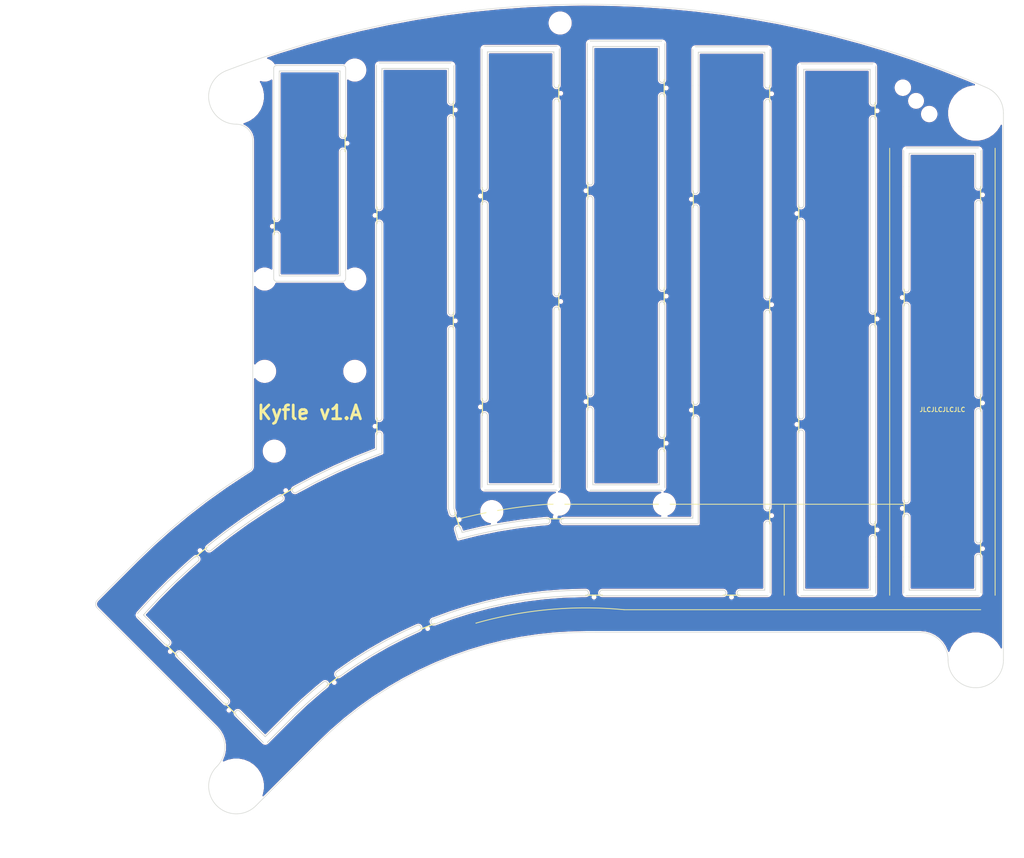
<source format=kicad_pcb>
(kicad_pcb (version 20171130) (host pcbnew 5.1.11-e4df9d881f~92~ubuntu20.04.1)
  (layers (0 F.Cu signal) (31 B.Cu signal) (34 B.Paste user hide) (35 F.Paste user hide) (36 B.SilkS user hide) (37 F.SilkS user) (38 B.Mask user hide) (39 F.Mask user hide) (44 Edge.Cuts user))
  (net 0 "")
  (module "Kyfle Footprints:CherryMX_Kyfle_v1_TopPlate_2u_1u_Rail_End_Less_Routing" (layer F.Cu) (at 97.135413 135.364647 45)
    (fp_text reference SW2 hide)
    (fp_text value KEY_SWITCH hide)
    (fp_arc (start -6.5 -6) (end -6 -6) (angle -180) (layer Edge.Cuts) (width 0.15))
    (fp_arc (start -6.5 -9) (end -7 -9) (angle -180) (layer Edge.Cuts) (width 0.15))
    (fp_arc (start -6.5 9) (end -6 9) (angle -180) (layer Edge.Cuts) (width 0.15))
    (fp_arc (start -6.5 6) (end -7 6) (angle -180) (layer Edge.Cuts) (width 0.15))
    (fp_arc (start -6.5 -16.025) (end -6.5 -16.525) (angle -90) (layer Edge.Cuts) (width 0.15))
    (fp_arc (start -6.5 16.025) (end -7 16.025) (angle -90) (layer Edge.Cuts) (width 0.15))
    (fp_line (start -6.9 6) (end -6.9 9) (layer F.SilkS) (width 0.2))
    (fp_line (start -6.9 -9) (end -6.9 -6) (layer F.SilkS) (width 0.2))
    (fp_line (start -7 -6) (end -7 6) (layer Edge.Cuts) (width 0.15))
    (fp_line (start -6 -6) (end -6 6) (layer Edge.Cuts) (width 0.15))
    (fp_line (start -6 -15.525) (end -6 -9) (layer Edge.Cuts) (width 0.15))
    (fp_line (start -6 9) (end -6 15.525) (layer Edge.Cuts) (width 0.15))
    (fp_line (start -7 9) (end -7 16.025) (layer Edge.Cuts) (width 0.15))
    (fp_line (start -7 -16.025) (end -7 -9) (layer Edge.Cuts) (width 0.15))
    (fp_line (start -6.5 16.525) (end 0 16.525) (layer Edge.Cuts) (width 0.15))
    (fp_line (start -6 15.525) (end 0 15.525) (layer Edge.Cuts) (width 0.15))
    (pad "" np_thru_hole circle (at -7.25 7.5 135) (size 0.5 0.5) (drill 0.5) (layers *.Cu *.Mask))
    (pad "" np_thru_hole circle (at -7.25 -7.5 135) (size 0.5 0.5) (drill 0.5) (layers *.Cu *.Mask))
    (pad "" np_thru_hole circle (at -6.7 -16.225 45) (size 0.6 0.6) (drill 0.6) (layers *.Cu))
    (pad "" np_thru_hole circle (at -6.7 16.225 45) (size 0.6 0.6) (drill 0.6) (layers *.Cu))
  )
  (module "Kyfle Footprints:Slot_Tab_1mm_2mm" (layer F.Cu) (at 107.940382 106.774626 30)
    (fp_text reference REF** hide)
    (fp_text value Slot_1.2mm_7.4.mm)
    (fp_arc (start 1.5 0) (end 1.5 -0.5) (angle -180) (layer Edge.Cuts) (width 0.15))
    (fp_arc (start -1.5 0) (end -1.5 0.5) (angle -180) (layer Edge.Cuts) (width 0.15))
    (fp_line (start -1.5 -0.4) (end 1.5 -0.4) (layer F.SilkS) (width 0.2))
    (pad "" np_thru_hole circle (at 0 -0.75 120) (size 0.5 0.5) (drill 0.5) (layers *.Cu *.Mask))
  )
  (module "Kyfle Footprints:Slot_Tab_1mm_2mm" (layer F.Cu) (at 92.570723 117.536577 40)
    (fp_text reference REF** hide)
    (fp_text value Slot_1.2mm_7.4.mm)
    (fp_arc (start 1.5 0) (end 1.5 -0.5) (angle -180) (layer Edge.Cuts) (width 0.15))
    (fp_arc (start -1.5 0) (end -1.5 0.5) (angle -180) (layer Edge.Cuts) (width 0.15))
    (fp_line (start -1.5 -0.4) (end 1.5 -0.4) (layer F.SilkS) (width 0.2))
    (pad "" np_thru_hole circle (at 0 -0.75 130) (size 0.5 0.5) (drill 0.5) (layers *.Cu *.Mask))
  )
  (module "Kyfle Footprints:Slot_Tab_1mm_2mm" (layer F.Cu) (at 132.915618 130.356181 202.5)
    (fp_text reference REF** hide)
    (fp_text value Slot_1.2mm_7.4.mm)
    (fp_arc (start 1.5 0) (end 1.5 -0.5) (angle -180) (layer Edge.Cuts) (width 0.15))
    (fp_arc (start -1.5 0) (end -1.5 0.5) (angle -180) (layer Edge.Cuts) (width 0.15))
    (fp_line (start -1.5 -0.4) (end 1.5 -0.4) (layer F.SilkS) (width 0.2))
    (pad "" np_thru_hole circle (at 0 -0.75 292.5) (size 0.5 0.5) (drill 0.5) (layers *.Cu *.Mask))
  )
  (module "Kyfle Footprints:Slot_Tab_1mm_2mm" (layer F.Cu) (at 163.260001 124.620001 180)
    (fp_text reference REF** hide)
    (fp_text value Slot_1.2mm_7.4.mm)
    (fp_arc (start 1.5 0) (end 1.5 -0.5) (angle -180) (layer Edge.Cuts) (width 0.15))
    (fp_arc (start -1.5 0) (end -1.5 0.5) (angle -180) (layer Edge.Cuts) (width 0.15))
    (fp_line (start -1.5 -0.4) (end 1.5 -0.4) (layer F.SilkS) (width 0.2))
    (pad "" np_thru_hole circle (at 0 -0.75 270) (size 0.5 0.5) (drill 0.5) (layers *.Cu *.Mask))
  )
  (module "Kyfle Footprints:Slot_Tab_1mm_2mm" (layer F.Cu) (at 115.874989 140.194592 217.5)
    (fp_text reference REF** hide)
    (fp_text value Slot_1.2mm_7.4.mm)
    (fp_arc (start 1.5 0) (end 1.5 -0.5) (angle -180) (layer Edge.Cuts) (width 0.15))
    (fp_arc (start -1.5 0) (end -1.5 0.5) (angle -180) (layer Edge.Cuts) (width 0.15))
    (fp_line (start -1.5 -0.4) (end 1.5 -0.4) (layer F.SilkS) (width 0.2))
    (pad "" np_thru_hole circle (at 0 -0.75 307.5) (size 0.5 0.5) (drill 0.5) (layers *.Cu *.Mask))
  )
  (module "Kyfle Footprints:Slot_Tab_1mm_2mm" (layer F.Cu) (at 124.45 94.51 90)
    (fp_text reference REF** hide)
    (fp_text value Slot_1.2mm_7.4.mm)
    (fp_arc (start 1.5 0) (end 1.5 -0.5) (angle -180) (layer Edge.Cuts) (width 0.15))
    (fp_arc (start -1.5 0) (end -1.5 0.5) (angle -180) (layer Edge.Cuts) (width 0.15))
    (fp_line (start -1.5 -0.4) (end 1.5 -0.4) (layer F.SilkS) (width 0.2))
    (pad "" np_thru_hole circle (at 0 -0.75 180) (size 0.5 0.5) (drill 0.5) (layers *.Cu *.Mask))
  )
  (module "Kyfle Footprints:Slot_Tab_1mm_2mm" (layer F.Cu) (at 138.2 111.61 289)
    (fp_text reference REF** hide)
    (fp_text value Slot_1.2mm_7.4.mm)
    (fp_arc (start 1.5 0) (end 1.5 -0.5) (angle -180) (layer Edge.Cuts) (width 0.15))
    (fp_arc (start -1.5 0) (end -1.5 0.5) (angle -180) (layer Edge.Cuts) (width 0.15))
    (fp_line (start -1.5 -0.4) (end 1.5 -0.4) (layer F.SilkS) (width 0.2))
    (pad "" np_thru_hole circle (at 0 -0.75 19) (size 0.5 0.5) (drill 0.5) (layers *.Cu *.Mask))
  )
  (module "Kyfle Footprints:Slot_Tab_1mm_2mm" (layer F.Cu) (at 137.45 75.46 270)
    (fp_text reference REF** hide)
    (fp_text value Slot_1.2mm_7.4.mm)
    (fp_arc (start 1.5 0) (end 1.5 -0.5) (angle -180) (layer Edge.Cuts) (width 0.15))
    (fp_arc (start -1.5 0) (end -1.5 0.5) (angle -180) (layer Edge.Cuts) (width 0.15))
    (fp_line (start -1.5 -0.4) (end 1.5 -0.4) (layer F.SilkS) (width 0.2))
    (pad "" np_thru_hole circle (at 0 -0.75) (size 0.5 0.5) (drill 0.5) (layers *.Cu *.Mask))
  )
  (module "Kyfle Footprints:Slot_Tab_1mm_2mm" (layer F.Cu) (at 124.45 56.41 90)
    (fp_text reference REF** hide)
    (fp_text value Slot_1.2mm_7.4.mm)
    (fp_arc (start 1.5 0) (end 1.5 -0.5) (angle -180) (layer Edge.Cuts) (width 0.15))
    (fp_arc (start -1.5 0) (end -1.5 0.5) (angle -180) (layer Edge.Cuts) (width 0.15))
    (fp_line (start -1.5 -0.4) (end 1.5 -0.4) (layer F.SilkS) (width 0.2))
    (pad "" np_thru_hole circle (at 0 -0.75 180) (size 0.5 0.5) (drill 0.5) (layers *.Cu *.Mask))
  )
  (module "Kyfle Footprints:Slot_Tab_1mm_2mm" (layer F.Cu) (at 137.45 37.36 270)
    (fp_text reference REF** hide)
    (fp_text value Slot_1.2mm_7.4.mm)
    (fp_arc (start 1.5 0) (end 1.5 -0.5) (angle -180) (layer Edge.Cuts) (width 0.15))
    (fp_arc (start -1.5 0) (end -1.5 0.5) (angle -180) (layer Edge.Cuts) (width 0.15))
    (fp_line (start -1.5 -0.4) (end 1.5 -0.4) (layer F.SilkS) (width 0.2))
    (pad "" np_thru_hole circle (at 0 -0.75) (size 0.5 0.5) (drill 0.5) (layers *.Cu *.Mask))
  )
  (module "Kyfle Footprints:Slot_Tab_1mm_2mm" (layer F.Cu) (at 156.26 111.62)
    (fp_text reference REF** hide)
    (fp_text value Slot_1.2mm_7.4.mm)
    (fp_arc (start 1.5 0) (end 1.5 -0.5) (angle -180) (layer Edge.Cuts) (width 0.15))
    (fp_arc (start -1.5 0) (end -1.5 0.5) (angle -180) (layer Edge.Cuts) (width 0.15))
    (fp_line (start -1.5 -0.4) (end 1.5 -0.4) (layer F.SilkS) (width 0.2))
    (pad "" np_thru_hole circle (at 0 -0.75 90) (size 0.5 0.5) (drill 0.5) (layers *.Cu *.Mask))
  )
  (module "Kyfle Footprints:Slot_Tab_1mm_2mm" (layer F.Cu) (at 188.1 124.62 180)
    (fp_text reference REF** hide)
    (fp_text value Slot_1.2mm_7.4.mm)
    (fp_arc (start 1.5 0) (end 1.5 -0.5) (angle -180) (layer Edge.Cuts) (width 0.15))
    (fp_arc (start -1.5 0) (end -1.5 0.5) (angle -180) (layer Edge.Cuts) (width 0.15))
    (fp_line (start -1.5 -0.4) (end 1.5 -0.4) (layer F.SilkS) (width 0.2))
    (pad "" np_thru_hole circle (at 0 -0.75 270) (size 0.5 0.5) (drill 0.5) (layers *.Cu *.Mask))
  )
  (module "Kyfle Footprints:Slot_Tab_1mm_2mm" (layer F.Cu) (at 181.6 91.59 90)
    (fp_text reference REF** hide)
    (fp_text value Slot_1.2mm_7.4.mm)
    (fp_arc (start 1.5 0) (end 1.5 -0.5) (angle -180) (layer Edge.Cuts) (width 0.15))
    (fp_arc (start -1.5 0) (end -1.5 0.5) (angle -180) (layer Edge.Cuts) (width 0.15))
    (fp_line (start -1.5 -0.4) (end 1.5 -0.4) (layer F.SilkS) (width 0.2))
    (pad "" np_thru_hole circle (at 0 -0.75 180) (size 0.5 0.5) (drill 0.5) (layers *.Cu *.Mask))
  )
  (module "Kyfle Footprints:Slot_Tab_1mm_2mm" (layer F.Cu) (at 194.6 110.64 270)
    (fp_text reference REF** hide)
    (fp_text value Slot_1.2mm_7.4.mm)
    (fp_arc (start 1.5 0) (end 1.5 -0.5) (angle -180) (layer Edge.Cuts) (width 0.15))
    (fp_arc (start -1.5 0) (end -1.5 0.5) (angle -180) (layer Edge.Cuts) (width 0.15))
    (fp_line (start -1.5 -0.4) (end 1.5 -0.4) (layer F.SilkS) (width 0.2))
    (pad "" np_thru_hole circle (at 0 -0.75) (size 0.5 0.5) (drill 0.5) (layers *.Cu *.Mask))
  )
  (module "Kyfle Footprints:Slot_Tab_1mm_2mm" (layer F.Cu) (at 194.6 72.54 270)
    (fp_text reference REF** hide)
    (fp_text value Slot_1.2mm_7.4.mm)
    (fp_arc (start 1.5 0) (end 1.5 -0.5) (angle -180) (layer Edge.Cuts) (width 0.15))
    (fp_arc (start -1.5 0) (end -1.5 0.5) (angle -180) (layer Edge.Cuts) (width 0.15))
    (fp_line (start -1.5 -0.4) (end 1.5 -0.4) (layer F.SilkS) (width 0.2))
    (pad "" np_thru_hole circle (at 0 -0.75) (size 0.5 0.5) (drill 0.5) (layers *.Cu *.Mask))
  )
  (module "Kyfle Footprints:Slot_Tab_1mm_2mm" (layer F.Cu) (at 181.6 53.49 90)
    (fp_text reference REF** hide)
    (fp_text value Slot_1.2mm_7.4.mm)
    (fp_arc (start 1.5 0) (end 1.5 -0.5) (angle -180) (layer Edge.Cuts) (width 0.15))
    (fp_arc (start -1.5 0) (end -1.5 0.5) (angle -180) (layer Edge.Cuts) (width 0.15))
    (fp_line (start -1.5 -0.4) (end 1.5 -0.4) (layer F.SilkS) (width 0.2))
    (pad "" np_thru_hole circle (at 0 -0.75 180) (size 0.5 0.5) (drill 0.5) (layers *.Cu *.Mask))
  )
  (module "Kyfle Footprints:Slot_Tab_1mm_2mm" (layer F.Cu) (at 194.6 34.44 270)
    (fp_text reference REF** hide)
    (fp_text value Slot_1.2mm_7.4.mm)
    (fp_arc (start 1.5 0) (end 1.5 -0.5) (angle -180) (layer Edge.Cuts) (width 0.15))
    (fp_arc (start -1.5 0) (end -1.5 0.5) (angle -180) (layer Edge.Cuts) (width 0.15))
    (fp_line (start -1.5 -0.4) (end 1.5 -0.4) (layer F.SilkS) (width 0.2))
    (pad "" np_thru_hole circle (at 0 -0.75) (size 0.5 0.5) (drill 0.5) (layers *.Cu *.Mask))
  )
  (module "Kyfle Footprints:Slot_Tab_1mm_2mm" (layer F.Cu) (at 143.5 91.01 90)
    (fp_text reference REF** hide)
    (fp_text value Slot_1.2mm_7.4.mm)
    (fp_arc (start 1.5 0) (end 1.5 -0.5) (angle -180) (layer Edge.Cuts) (width 0.15))
    (fp_arc (start -1.5 0) (end -1.5 0.5) (angle -180) (layer Edge.Cuts) (width 0.15))
    (fp_line (start -1.5 -0.4) (end 1.5 -0.4) (layer F.SilkS) (width 0.2))
    (pad "" np_thru_hole circle (at 0 -0.75 180) (size 0.5 0.5) (drill 0.5) (layers *.Cu *.Mask))
  )
  (module "Kyfle Footprints:Slot_Tab_1mm_2mm" (layer F.Cu) (at 156.5 71.96 270)
    (fp_text reference REF** hide)
    (fp_text value Slot_1.2mm_7.4.mm)
    (fp_arc (start 1.5 0) (end 1.5 -0.5) (angle -180) (layer Edge.Cuts) (width 0.15))
    (fp_arc (start -1.5 0) (end -1.5 0.5) (angle -180) (layer Edge.Cuts) (width 0.15))
    (fp_line (start -1.5 -0.4) (end 1.5 -0.4) (layer F.SilkS) (width 0.2))
    (pad "" np_thru_hole circle (at 0 -0.75) (size 0.5 0.5) (drill 0.5) (layers *.Cu *.Mask))
  )
  (module "Kyfle Footprints:Slot_Tab_1mm_2mm" (layer F.Cu) (at 143.5 52.91 90)
    (fp_text reference REF** hide)
    (fp_text value Slot_1.2mm_7.4.mm)
    (fp_arc (start 1.5 0) (end 1.5 -0.5) (angle -180) (layer Edge.Cuts) (width 0.15))
    (fp_arc (start -1.5 0) (end -1.5 0.5) (angle -180) (layer Edge.Cuts) (width 0.15))
    (fp_line (start -1.5 -0.4) (end 1.5 -0.4) (layer F.SilkS) (width 0.2))
    (pad "" np_thru_hole circle (at 0 -0.75 180) (size 0.5 0.5) (drill 0.5) (layers *.Cu *.Mask))
  )
  (module "Kyfle Footprints:Slot_Tab_1mm_2mm" (layer F.Cu) (at 156.5 34.36 270)
    (fp_text reference REF** hide)
    (fp_text value Slot_1.2mm_7.4.mm)
    (fp_arc (start 1.5 0) (end 1.5 -0.5) (angle -180) (layer Edge.Cuts) (width 0.15))
    (fp_arc (start -1.5 0) (end -1.5 0.5) (angle -180) (layer Edge.Cuts) (width 0.15))
    (fp_line (start -1.5 -0.4) (end 1.5 -0.4) (layer F.SilkS) (width 0.2))
    (pad "" np_thru_hole circle (at 0 -0.75) (size 0.5 0.5) (drill 0.5) (layers *.Cu *.Mask))
  )
  (module "Kyfle Footprints:Slot_Tab_1mm_2mm" (layer F.Cu) (at 162.55 90.05 90)
    (fp_text reference REF** hide)
    (fp_text value Slot_1.2mm_7.4.mm)
    (fp_arc (start 1.5 0) (end 1.5 -0.5) (angle -180) (layer Edge.Cuts) (width 0.15))
    (fp_arc (start -1.5 0) (end -1.5 0.5) (angle -180) (layer Edge.Cuts) (width 0.15))
    (fp_line (start -1.5 -0.4) (end 1.5 -0.4) (layer F.SilkS) (width 0.2))
    (pad "" np_thru_hole circle (at 0 -0.75 180) (size 0.5 0.5) (drill 0.5) (layers *.Cu *.Mask))
  )
  (module "Kyfle Footprints:Slot_Tab_1mm_2mm" (layer F.Cu) (at 175.55 97.57 270)
    (fp_text reference REF** hide)
    (fp_text value Slot_1.2mm_7.4.mm)
    (fp_arc (start 1.5 0) (end 1.5 -0.5) (angle -180) (layer Edge.Cuts) (width 0.15))
    (fp_arc (start -1.5 0) (end -1.5 0.5) (angle -180) (layer Edge.Cuts) (width 0.15))
    (fp_line (start -1.5 -0.4) (end 1.5 -0.4) (layer F.SilkS) (width 0.2))
    (pad "" np_thru_hole circle (at 0 -0.75) (size 0.5 0.5) (drill 0.5) (layers *.Cu *.Mask))
  )
  (module "Kyfle Footprints:Slot_Tab_1mm_2mm" (layer F.Cu) (at 175.55 71 270)
    (fp_text reference REF** hide)
    (fp_text value Slot_1.2mm_7.4.mm)
    (fp_arc (start 1.5 0) (end 1.5 -0.5) (angle -180) (layer Edge.Cuts) (width 0.15))
    (fp_arc (start -1.5 0) (end -1.5 0.5) (angle -180) (layer Edge.Cuts) (width 0.15))
    (fp_line (start -1.5 -0.4) (end 1.5 -0.4) (layer F.SilkS) (width 0.2))
    (pad "" np_thru_hole circle (at 0 -0.75) (size 0.5 0.5) (drill 0.5) (layers *.Cu *.Mask))
  )
  (module "Kyfle Footprints:Slot_Tab_1mm_2mm" (layer F.Cu) (at 162.55 51.95 90)
    (fp_text reference REF** hide)
    (fp_text value Slot_1.2mm_7.4.mm)
    (fp_arc (start 1.5 0) (end 1.5 -0.5) (angle -180) (layer Edge.Cuts) (width 0.15))
    (fp_arc (start -1.5 0) (end -1.5 0.5) (angle -180) (layer Edge.Cuts) (width 0.15))
    (fp_line (start -1.5 -0.4) (end 1.5 -0.4) (layer F.SilkS) (width 0.2))
    (pad "" np_thru_hole circle (at 0 -0.75 180) (size 0.5 0.5) (drill 0.5) (layers *.Cu *.Mask))
  )
  (module "Kyfle Footprints:Slot_Tab_1mm_2mm" (layer F.Cu) (at 175.55 33.4 270)
    (fp_text reference REF** hide)
    (fp_text value Slot_1.2mm_7.4.mm)
    (fp_arc (start 1.5 0) (end 1.5 -0.5) (angle -180) (layer Edge.Cuts) (width 0.15))
    (fp_arc (start -1.5 0) (end -1.5 0.5) (angle -180) (layer Edge.Cuts) (width 0.15))
    (fp_line (start -1.5 -0.4) (end 1.5 -0.4) (layer F.SilkS) (width 0.2))
    (pad "" np_thru_hole circle (at 0 -0.75) (size 0.5 0.5) (drill 0.5) (layers *.Cu *.Mask))
  )
  (module "Kyfle Footprints:Slot_Tab_1mm_2mm" (layer F.Cu) (at 200.65 94.17 90)
    (fp_text reference REF** hide)
    (fp_text value Slot_1.2mm_7.4.mm)
    (fp_arc (start 1.5 0) (end 1.5 -0.5) (angle -180) (layer Edge.Cuts) (width 0.15))
    (fp_arc (start -1.5 0) (end -1.5 0.5) (angle -180) (layer Edge.Cuts) (width 0.15))
    (fp_line (start -1.5 -0.4) (end 1.5 -0.4) (layer F.SilkS) (width 0.2))
    (pad "" np_thru_hole circle (at 0 -0.75 180) (size 0.5 0.5) (drill 0.5) (layers *.Cu *.Mask))
  )
  (module "Kyfle Footprints:Slot_Tab_1mm_2mm" (layer F.Cu) (at 200.65 56.07 90)
    (fp_text reference REF** hide)
    (fp_text value Slot_1.2mm_7.4.mm)
    (fp_arc (start 1.5 0) (end 1.5 -0.5) (angle -180) (layer Edge.Cuts) (width 0.15))
    (fp_arc (start -1.5 0) (end -1.5 0.5) (angle -180) (layer Edge.Cuts) (width 0.15))
    (fp_line (start -1.5 -0.4) (end 1.5 -0.4) (layer F.SilkS) (width 0.2))
    (pad "" np_thru_hole circle (at 0 -0.75 180) (size 0.5 0.5) (drill 0.5) (layers *.Cu *.Mask))
  )
  (module "Kyfle Footprints:Slot_Tab_1mm_2mm" (layer F.Cu) (at 213.65 113.22 270)
    (fp_text reference REF** hide)
    (fp_text value Slot_1.2mm_7.4.mm)
    (fp_arc (start 1.5 0) (end 1.5 -0.5) (angle -180) (layer Edge.Cuts) (width 0.15))
    (fp_arc (start -1.5 0) (end -1.5 0.5) (angle -180) (layer Edge.Cuts) (width 0.15))
    (fp_line (start -1.5 -0.4) (end 1.5 -0.4) (layer F.SilkS) (width 0.2))
    (pad "" np_thru_hole circle (at 0 -0.75) (size 0.5 0.5) (drill 0.5) (layers *.Cu *.Mask))
  )
  (module "Kyfle Footprints:Slot_Tab_1mm_2mm" (layer F.Cu) (at 213.65 75.12 270)
    (fp_text reference REF** hide)
    (fp_text value Slot_1.2mm_7.4.mm)
    (fp_arc (start 1.5 0) (end 1.5 -0.5) (angle -180) (layer Edge.Cuts) (width 0.15))
    (fp_arc (start -1.5 0) (end -1.5 0.5) (angle -180) (layer Edge.Cuts) (width 0.15))
    (fp_line (start -1.5 -0.4) (end 1.5 -0.4) (layer F.SilkS) (width 0.2))
    (pad "" np_thru_hole circle (at 0 -0.75) (size 0.5 0.5) (drill 0.5) (layers *.Cu *.Mask))
  )
  (module "Kyfle Footprints:Slot_Tab_1mm_2mm" (layer F.Cu) (at 213.65 37.52 270)
    (fp_text reference REF** hide)
    (fp_text value Slot_1.2mm_7.4.mm)
    (fp_arc (start 1.5 0) (end 1.5 -0.5) (angle -180) (layer Edge.Cuts) (width 0.15))
    (fp_arc (start -1.5 0) (end -1.5 0.5) (angle -180) (layer Edge.Cuts) (width 0.15))
    (fp_line (start -1.5 -0.4) (end 1.5 -0.4) (layer F.SilkS) (width 0.2))
    (pad "" np_thru_hole circle (at 0 -0.75) (size 0.5 0.5) (drill 0.5) (layers *.Cu *.Mask))
  )
  (module "Kyfle Footprints:Slot_Tab_1mm_2mm" (layer F.Cu) (at 232.7 116.62 270)
    (fp_text reference REF** hide)
    (fp_text value Slot_1.2mm_7.4.mm)
    (fp_arc (start 1.5 0) (end 1.5 -0.5) (angle -180) (layer Edge.Cuts) (width 0.15))
    (fp_arc (start -1.5 0) (end -1.5 0.5) (angle -180) (layer Edge.Cuts) (width 0.15))
    (fp_line (start -1.5 -0.4) (end 1.5 -0.4) (layer F.SilkS) (width 0.2))
    (pad "" np_thru_hole circle (at 0 -0.75) (size 0.5 0.5) (drill 0.5) (layers *.Cu *.Mask))
  )
  (module "Kyfle Footprints:Slot_Tab_1mm_2mm" (layer F.Cu) (at 219.7 109.35 90)
    (fp_text reference REF** hide)
    (fp_text value Slot_1.2mm_7.4.mm)
    (fp_arc (start 1.5 0) (end 1.5 -0.5) (angle -180) (layer Edge.Cuts) (width 0.15))
    (fp_arc (start -1.5 0) (end -1.5 0.5) (angle -180) (layer Edge.Cuts) (width 0.15))
    (fp_line (start -1.5 -0.4) (end 1.5 -0.4) (layer F.SilkS) (width 0.2))
    (pad "" np_thru_hole circle (at 0 -0.75 180) (size 0.5 0.5) (drill 0.5) (layers *.Cu *.Mask))
  )
  (module "Kyfle Footprints:Slot_Tab_1mm_2mm" (layer F.Cu) (at 219.7 71.25 90)
    (fp_text reference REF** hide)
    (fp_text value Slot_1.2mm_7.4.mm)
    (fp_arc (start 1.5 0) (end 1.5 -0.5) (angle -180) (layer Edge.Cuts) (width 0.15))
    (fp_arc (start -1.5 0) (end -1.5 0.5) (angle -180) (layer Edge.Cuts) (width 0.15))
    (fp_line (start -1.5 -0.4) (end 1.5 -0.4) (layer F.SilkS) (width 0.2))
    (pad "" np_thru_hole circle (at 0 -0.75 180) (size 0.5 0.5) (drill 0.5) (layers *.Cu *.Mask))
  )
  (module "Kyfle Footprints:Slot_Tab_1mm_2mm" (layer F.Cu) (at 232.7 90.3 270)
    (fp_text reference REF** hide)
    (fp_text value Slot_1.2mm_7.4.mm)
    (fp_arc (start 1.5 0) (end 1.5 -0.5) (angle -180) (layer Edge.Cuts) (width 0.15))
    (fp_arc (start -1.5 0) (end -1.5 0.5) (angle -180) (layer Edge.Cuts) (width 0.15))
    (fp_line (start -1.5 -0.4) (end 1.5 -0.4) (layer F.SilkS) (width 0.2))
    (pad "" np_thru_hole circle (at 0 -0.75) (size 0.5 0.5) (drill 0.5) (layers *.Cu *.Mask))
  )
  (module "Kyfle Footprints:Slot_Tab_1mm_2mm" (layer F.Cu) (at 232.7 52.7 270)
    (fp_text reference REF** hide)
    (fp_text value Slot_1.2mm_7.4.mm)
    (fp_arc (start 1.5 0) (end 1.5 -0.5) (angle -180) (layer Edge.Cuts) (width 0.15))
    (fp_arc (start -1.5 0) (end -1.5 0.5) (angle -180) (layer Edge.Cuts) (width 0.15))
    (fp_line (start -1.5 -0.4) (end 1.5 -0.4) (layer F.SilkS) (width 0.2))
    (pad "" np_thru_hole circle (at 0 -0.75) (size 0.5 0.5) (drill 0.5) (layers *.Cu *.Mask))
  )
  (module "Kyfle Footprints:Arduino_ProMicro_Kyfle_v1_TopPlate_Less_Routing" (layer F.Cu) (at 111.9 58.3875)
    (fp_text reference SW2 hide)
    (fp_text value "PRO MICRO" hide)
    (fp_arc (start 6 -13.5) (end 6.5 -13.5) (angle -180) (layer Edge.Cuts) (width 0.12))
    (fp_arc (start 6 -16.5) (end 5.5 -16.5) (angle -180) (layer Edge.Cuts) (width 0.12))
    (fp_arc (start -6 1.5) (end -5.5 1.5) (angle -180) (layer Edge.Cuts) (width 0.12))
    (fp_arc (start -6 -1.5) (end -6.5 -1.5) (angle -180) (layer Edge.Cuts) (width 0.12))
    (fp_arc (start 6 -28.56) (end 6.5 -28.56) (angle -90) (layer Edge.Cuts) (width 0.12))
    (fp_arc (start -6 -28.56) (end -6 -29.06) (angle -90) (layer Edge.Cuts) (width 0.12))
    (fp_arc (start -6 9.44) (end -6.5 9.44) (angle -90) (layer Edge.Cuts) (width 0.12))
    (fp_arc (start 6 9.44) (end 6 9.94) (angle -90) (layer Edge.Cuts) (width 0.12))
    (fp_line (start -6.4 -1.5) (end -6.4 1.5) (layer F.SilkS) (width 0.2))
    (fp_line (start 6.4 -16.5) (end 6.4 -13.5) (layer F.SilkS) (width 0.2))
    (fp_line (start 5.5 8.94) (end -5.5 8.94) (layer Edge.Cuts) (width 0.12))
    (fp_line (start -5.5 8.94) (end -5.5 1.5) (layer Edge.Cuts) (width 0.12))
    (fp_line (start 5.5 -28.06) (end 5.5 -16.5) (layer Edge.Cuts) (width 0.12))
    (fp_line (start -5.5 -28.06) (end 5.5 -28.06) (layer Edge.Cuts) (width 0.12))
    (fp_line (start -6 -29.06) (end 6 -29.06) (layer Edge.Cuts) (width 0.12))
    (fp_line (start 6.5 -13.5) (end 6.5 9.44) (layer Edge.Cuts) (width 0.12))
    (fp_line (start 6 9.94) (end -6 9.94) (layer Edge.Cuts) (width 0.12))
    (fp_line (start -6.5 9.44) (end -6.5 1.5) (layer Edge.Cuts) (width 0.12))
    (fp_line (start -5.5 -1.5) (end -5.5 -28.06) (layer Edge.Cuts) (width 0.12))
    (fp_line (start -6.5 -1.5) (end -6.5 -28.56) (layer Edge.Cuts) (width 0.12))
    (fp_line (start 6.5 -28.56) (end 6.5 -16.5) (layer Edge.Cuts) (width 0.12))
    (fp_line (start 5.5 -13.5) (end 5.5 8.94) (layer Edge.Cuts) (width 0.12))
    (pad "" np_thru_hole circle (at 6.75 -15 90) (size 0.5 0.5) (drill 0.5) (layers *.Cu *.Mask))
    (pad "" np_thru_hole circle (at -6.75 0 90) (size 0.5 0.5) (drill 0.5) (layers *.Cu *.Mask))
    (pad "" np_thru_hole circle (at -8.14375 26.19375) (size 2 2) (drill 2) (layers *.Cu *.Mask) (clearance 1.1))
    (pad "" np_thru_hole circle (at 8.14375 -28.23) (size 2 2) (drill 2) (layers *.Cu *.Mask) (clearance 1.1))
    (pad "" np_thru_hole circle (at 8.14375 9.525) (size 2 2) (drill 2) (layers *.Cu *.Mask) (clearance 1.1))
    (pad "" np_thru_hole circle (at -8.14375 9.525) (size 2 2) (drill 2) (layers *.Cu *.Mask) (clearance 1.1))
    (pad "" np_thru_hole circle (at -8.14375 -28.23) (size 2 2) (drill 2) (layers *.Cu *.Mask) (clearance 1.1))
    (pad "" np_thru_hole circle (at 8.14375 26.19375) (size 2 2) (drill 2) (layers *.Cu *.Mask) (clearance 1.1))
  )
  (module "Kyfle Footprints:M5_with_washer" (layer F.Cu) (at 98.638899 34.932171)
    (fp_text reference REF** hide)
    (fp_text value MountingHole_2.2mm_M2_ISO14580)
    (pad "" np_thru_hole circle (at 0 0) (size 5.3 5.3) (drill 5.3) (layers *.Cu *.Mask) (clearance 2.35))
  )
  (module "Kyfle Footprints:M5_with_washer" (layer F.Cu) (at 98.638899 159.529137)
    (fp_text reference REF** hide)
    (fp_text value MountingHole_2.2mm_M2_ISO14580)
    (pad "" np_thru_hole circle (at 0 0) (size 5.3 5.3) (drill 5.3) (layers *.Cu *.Mask) (clearance 2.35))
  )
  (module "Kyfle Footprints:M5_with_washer" (layer F.Cu) (at 232.220381 136.74)
    (fp_text reference REF** hide)
    (fp_text value MountingHole_2.2mm_M2_ISO14580)
    (pad "" np_thru_hole circle (at 0 0) (size 5.3 5.3) (drill 5.3) (layers *.Cu *.Mask) (clearance 2.35))
  )
  (module "Kyfle Footprints:M5_with_washer" (layer F.Cu) (at 232.220381 37.928844)
    (fp_text reference REF** hide)
    (fp_text value MountingHole_2.2mm_M2_ISO14580)
    (pad "" np_thru_hole circle (at 0 0) (size 5.3 5.3) (drill 5.3) (layers *.Cu *.Mask) (clearance 2.35))
  )
  (module "Kyfle Footprints:JLCBCB_OrderNumber" (layer F.Cu) (at 226.2 91.5)
    (fp_text reference JLCJLCJLCJLC (at 0 0) (layer F.SilkS) (effects (font (size 0.8 0.8))))
    (fp_text value JLCBCB_OrderNumber)
  )
  (module "Kyfle Footprints:M2_with_washer" (layer F.Cu) (at 175.97375 108.595)
    (fp_text reference REF** hide)
    (fp_text value MountingHole_2.2mm_M2_ISO14580)
    (pad "" np_thru_hole circle (at 0 0) (size 2 2) (drill 2) (layers *.Cu *.Mask) (clearance 1.1))
  )
  (module "Kyfle Footprints:M2_with_washer" (layer F.Cu) (at 156.92375 108.575)
    (fp_text reference REF** hide)
    (fp_text value MountingHole_2.2mm_M2_ISO14580)
    (pad "" np_thru_hole circle (at 0 0) (size 2 2) (drill 2) (layers *.Cu *.Mask) (clearance 1.1))
  )
  (module "Kyfle Footprints:M2_with_washer" (layer F.Cu) (at 144.793444 109.920811)
    (fp_text reference REF** hide)
    (fp_text value MountingHole_2.2mm_M2_ISO14580)
    (pad "" np_thru_hole circle (at 0 0) (size 2 2) (drill 2) (layers *.Cu *.Mask) (clearance 1.1))
  )
  (module "Kyfle Footprints:M2_with_washer" (layer F.Cu) (at 105.5 99)
    (fp_text reference REF** hide)
    (fp_text value MountingHole_2.2mm_M2_ISO14580)
    (pad "" np_thru_hole circle (at 0 0) (size 2 2) (drill 2) (layers *.Cu *.Mask) (clearance 1.1))
  )
  (module "Kyfle Footprints:M2_with_washer" (layer F.Cu) (at 157.14375 21.659375)
    (fp_text reference REF** hide)
    (fp_text value MountingHole_2.2mm_M2_ISO14580)
    (pad "" np_thru_hole circle (at 0 0) (size 2 2) (drill 2) (layers *.Cu *.Mask) (clearance 1.1))
  )
  (module "Kyfle Footprints:CherryMX_Kyfle_v1_TopPlate_1u_Rail_Helper" (layer F.Cu) (at 140.570866 120.913253 15)
    (fp_text reference SW2 hide)
    (fp_text value KEY_SWITCH hide)
  )
  (module "Kyfle Footprints:SK6812_Bit_Bottom" (layer F.Cu) (at 221.4375 35.721875)
    (fp_text reference SW2 hide)
    (fp_text value KEY_SWITCH hide)
    (pad "" np_thru_hole circle (at 2.38125 2.38125) (size 1.2 1.2) (drill 1.2) (layers *.Cu *.Mask) (clearance 0.9))
    (pad "" np_thru_hole circle (at -2.38125 -2.38125) (size 1.2 1.2) (drill 1.2) (layers *.Cu *.Mask) (clearance 0.9))
    (pad "" np_thru_hole circle (at 0 0) (size 2.5 2.5) (drill 2.5) (layers *.Cu *.Mask))
  )
  (module "Kyfle Footprints:CherryMX_Kyfle_v1_TopPlate_1u_Rail_End_Less_Routing" (layer F.Cu) (at 150 99.05 180)
    (fp_text reference SW2 hide)
    (fp_text value KEY_SWITCH hide)
    (fp_line (start -7 -6.5) (end -7 0) (layer Edge.Cuts) (width 0.15))
    (fp_line (start 7 0) (end 7 -6.5) (layer Edge.Cuts) (width 0.15))
    (fp_line (start 6.5 -7) (end -6.5 -7) (layer Edge.Cuts) (width 0.15))
    (fp_line (start 6 -6) (end -6 -6) (layer Edge.Cuts) (width 0.15))
    (fp_line (start -6 -6) (end -6 0) (layer Edge.Cuts) (width 0.15))
    (fp_line (start 6 0) (end 6 -6) (layer Edge.Cuts) (width 0.15))
    (fp_arc (start -6.5 -6.5) (end -6.5 -7) (angle -90) (layer Edge.Cuts) (width 0.15))
    (fp_arc (start 6.5 -6.5) (end 7 -6.5) (angle -90) (layer Edge.Cuts) (width 0.15))
    (pad "" np_thru_hole circle (at 6.7 -6.7 180) (size 0.6 0.6) (drill 0.6) (layers *.Cu))
    (pad "" np_thru_hole circle (at -6.7 -6.7 180) (size 0.6 0.6) (drill 0.6) (layers *.Cu))
  )
  (module "Kyfle Footprints:CherryMX_Kyfle_v1_TopPlate_1u_Rail_End_Less_Routing" (layer F.Cu) (at 130.95 35.86)
    (fp_text reference SW2 hide)
    (fp_text value KEY_SWITCH hide)
    (fp_line (start -7 -6.5) (end -7 0) (layer Edge.Cuts) (width 0.15))
    (fp_line (start 7 0) (end 7 -6.5) (layer Edge.Cuts) (width 0.15))
    (fp_line (start 6.5 -7) (end -6.5 -7) (layer Edge.Cuts) (width 0.15))
    (fp_line (start 6 -6) (end -6 -6) (layer Edge.Cuts) (width 0.15))
    (fp_line (start -6 -6) (end -6 0) (layer Edge.Cuts) (width 0.15))
    (fp_line (start 6 0) (end 6 -6) (layer Edge.Cuts) (width 0.15))
    (fp_arc (start -6.5 -6.5) (end -6.5 -7) (angle -90) (layer Edge.Cuts) (width 0.15))
    (fp_arc (start 6.5 -6.5) (end 7 -6.5) (angle -90) (layer Edge.Cuts) (width 0.15))
    (pad "" np_thru_hole circle (at 6.7 -6.7) (size 0.6 0.6) (drill 0.6) (layers *.Cu))
    (pad "" np_thru_hole circle (at -6.7 -6.7) (size 0.6 0.6) (drill 0.6) (layers *.Cu))
  )
  (module "Kyfle Footprints:CherryMX_Kyfle_v1_TopPlate_1u_Rail_End_Less_Routing" (layer F.Cu) (at 207.15 36.02)
    (fp_text reference SW2 hide)
    (fp_text value KEY_SWITCH hide)
    (fp_line (start -7 -6.5) (end -7 0) (layer Edge.Cuts) (width 0.15))
    (fp_line (start 7 0) (end 7 -6.5) (layer Edge.Cuts) (width 0.15))
    (fp_line (start 6.5 -7) (end -6.5 -7) (layer Edge.Cuts) (width 0.15))
    (fp_line (start 6 -6) (end -6 -6) (layer Edge.Cuts) (width 0.15))
    (fp_line (start -6 -6) (end -6 0) (layer Edge.Cuts) (width 0.15))
    (fp_line (start 6 0) (end 6 -6) (layer Edge.Cuts) (width 0.15))
    (fp_arc (start -6.5 -6.5) (end -6.5 -7) (angle -90) (layer Edge.Cuts) (width 0.15))
    (fp_arc (start 6.5 -6.5) (end 7 -6.5) (angle -90) (layer Edge.Cuts) (width 0.15))
    (pad "" np_thru_hole circle (at 6.7 -6.7) (size 0.6 0.6) (drill 0.6) (layers *.Cu))
    (pad "" np_thru_hole circle (at -6.7 -6.7) (size 0.6 0.6) (drill 0.6) (layers *.Cu))
  )
  (module "Kyfle Footprints:CherryMX_Kyfle_v1_TopPlate_1u_Rail_End_Less_Routing" (layer F.Cu) (at 188.1 32.94)
    (fp_text reference SW2 hide)
    (fp_text value KEY_SWITCH hide)
    (fp_line (start -7 -6.5) (end -7 0) (layer Edge.Cuts) (width 0.15))
    (fp_line (start 7 0) (end 7 -6.5) (layer Edge.Cuts) (width 0.15))
    (fp_line (start 6.5 -7) (end -6.5 -7) (layer Edge.Cuts) (width 0.15))
    (fp_line (start 6 -6) (end -6 -6) (layer Edge.Cuts) (width 0.15))
    (fp_line (start -6 -6) (end -6 0) (layer Edge.Cuts) (width 0.15))
    (fp_line (start 6 0) (end 6 -6) (layer Edge.Cuts) (width 0.15))
    (fp_arc (start -6.5 -6.5) (end -6.5 -7) (angle -90) (layer Edge.Cuts) (width 0.15))
    (fp_arc (start 6.5 -6.5) (end 7 -6.5) (angle -90) (layer Edge.Cuts) (width 0.15))
    (pad "" np_thru_hole circle (at 6.7 -6.7) (size 0.6 0.6) (drill 0.6) (layers *.Cu))
    (pad "" np_thru_hole circle (at -6.7 -6.7) (size 0.6 0.6) (drill 0.6) (layers *.Cu))
  )
  (module "Kyfle Footprints:CherryMX_Kyfle_v1_TopPlate_1u_Rail_End_Less_Routing" (layer F.Cu) (at 169.05 31.9)
    (fp_text reference SW2 hide)
    (fp_text value KEY_SWITCH hide)
    (fp_line (start -7 -6.5) (end -7 0) (layer Edge.Cuts) (width 0.15))
    (fp_line (start 7 0) (end 7 -6.5) (layer Edge.Cuts) (width 0.15))
    (fp_line (start 6.5 -7) (end -6.5 -7) (layer Edge.Cuts) (width 0.15))
    (fp_line (start 6 -6) (end -6 -6) (layer Edge.Cuts) (width 0.15))
    (fp_line (start -6 -6) (end -6 0) (layer Edge.Cuts) (width 0.15))
    (fp_line (start 6 0) (end 6 -6) (layer Edge.Cuts) (width 0.15))
    (fp_arc (start -6.5 -6.5) (end -6.5 -7) (angle -90) (layer Edge.Cuts) (width 0.15))
    (fp_arc (start 6.5 -6.5) (end 7 -6.5) (angle -90) (layer Edge.Cuts) (width 0.15))
    (pad "" np_thru_hole circle (at 6.7 -6.7) (size 0.6 0.6) (drill 0.6) (layers *.Cu))
    (pad "" np_thru_hole circle (at -6.7 -6.7) (size 0.6 0.6) (drill 0.6) (layers *.Cu))
  )
  (module "Kyfle Footprints:CherryMX_Kyfle_v1_TopPlate_1u_Rail_End_Less_Routing" (layer F.Cu) (at 169.05 99.07 180)
    (fp_text reference SW2 hide)
    (fp_text value KEY_SWITCH hide)
    (fp_line (start -7 -6.5) (end -7 0) (layer Edge.Cuts) (width 0.15))
    (fp_line (start 7 0) (end 7 -6.5) (layer Edge.Cuts) (width 0.15))
    (fp_line (start 6.5 -7) (end -6.5 -7) (layer Edge.Cuts) (width 0.15))
    (fp_line (start 6 -6) (end -6 -6) (layer Edge.Cuts) (width 0.15))
    (fp_line (start -6 -6) (end -6 0) (layer Edge.Cuts) (width 0.15))
    (fp_line (start 6 0) (end 6 -6) (layer Edge.Cuts) (width 0.15))
    (fp_arc (start -6.5 -6.5) (end -6.5 -7) (angle -90) (layer Edge.Cuts) (width 0.15))
    (fp_arc (start 6.5 -6.5) (end 7 -6.5) (angle -90) (layer Edge.Cuts) (width 0.15))
    (pad "" np_thru_hole circle (at 6.7 -6.7 180) (size 0.6 0.6) (drill 0.6) (layers *.Cu))
    (pad "" np_thru_hole circle (at -6.7 -6.7 180) (size 0.6 0.6) (drill 0.6) (layers *.Cu))
  )
  (module "Kyfle Footprints:CherryMX_Kyfle_v1_TopPlate_1u_Rail_End_Less_Routing" (layer F.Cu) (at 150 32.86)
    (fp_text reference SW2 hide)
    (fp_text value KEY_SWITCH hide)
    (fp_line (start -7 -6.5) (end -7 0) (layer Edge.Cuts) (width 0.15))
    (fp_line (start 7 0) (end 7 -6.5) (layer Edge.Cuts) (width 0.15))
    (fp_line (start 6.5 -7) (end -6.5 -7) (layer Edge.Cuts) (width 0.15))
    (fp_line (start 6 -6) (end -6 -6) (layer Edge.Cuts) (width 0.15))
    (fp_line (start -6 -6) (end -6 0) (layer Edge.Cuts) (width 0.15))
    (fp_line (start 6 0) (end 6 -6) (layer Edge.Cuts) (width 0.15))
    (fp_arc (start -6.5 -6.5) (end -6.5 -7) (angle -90) (layer Edge.Cuts) (width 0.15))
    (fp_arc (start 6.5 -6.5) (end 7 -6.5) (angle -90) (layer Edge.Cuts) (width 0.15))
    (pad "" np_thru_hole circle (at 6.7 -6.7) (size 0.6 0.6) (drill 0.6) (layers *.Cu))
    (pad "" np_thru_hole circle (at -6.7 -6.7) (size 0.6 0.6) (drill 0.6) (layers *.Cu))
  )
  (module "Kyfle Footprints:CherryMX_Kyfle_v1_TopPlate_1u_Rail_End_Less_Routing" (layer F.Cu) (at 226.2 51.2)
    (fp_text reference SW2 hide)
    (fp_text value KEY_SWITCH hide)
    (fp_line (start -7 -6.5) (end -7 0) (layer Edge.Cuts) (width 0.15))
    (fp_line (start 7 0) (end 7 -6.5) (layer Edge.Cuts) (width 0.15))
    (fp_line (start 6.5 -7) (end -6.5 -7) (layer Edge.Cuts) (width 0.15))
    (fp_line (start 6 -6) (end -6 -6) (layer Edge.Cuts) (width 0.15))
    (fp_line (start -6 -6) (end -6 0) (layer Edge.Cuts) (width 0.15))
    (fp_line (start 6 0) (end 6 -6) (layer Edge.Cuts) (width 0.15))
    (fp_arc (start -6.5 -6.5) (end -6.5 -7) (angle -90) (layer Edge.Cuts) (width 0.15))
    (fp_arc (start 6.5 -6.5) (end 7 -6.5) (angle -90) (layer Edge.Cuts) (width 0.15))
    (pad "" np_thru_hole circle (at 6.7 -6.7) (size 0.6 0.6) (drill 0.6) (layers *.Cu))
    (pad "" np_thru_hole circle (at -6.7 -6.7) (size 0.6 0.6) (drill 0.6) (layers *.Cu))
  )
  (module "Kyfle Footprints:CherryMX_Kyfle_v1_TopPlate_1u_Rail_End_Less_Routing" (layer F.Cu) (at 226.2 118.12 180)
    (fp_text reference SW2 hide)
    (fp_text value KEY_SWITCH hide)
    (fp_line (start -7 -6.5) (end -7 0) (layer Edge.Cuts) (width 0.15))
    (fp_line (start 7 0) (end 7 -6.5) (layer Edge.Cuts) (width 0.15))
    (fp_line (start 6.5 -7) (end -6.5 -7) (layer Edge.Cuts) (width 0.15))
    (fp_line (start 6 -6) (end -6 -6) (layer Edge.Cuts) (width 0.15))
    (fp_line (start -6 -6) (end -6 0) (layer Edge.Cuts) (width 0.15))
    (fp_line (start 6 0) (end 6 -6) (layer Edge.Cuts) (width 0.15))
    (fp_arc (start -6.5 -6.5) (end -6.5 -7) (angle -90) (layer Edge.Cuts) (width 0.15))
    (fp_arc (start 6.5 -6.5) (end 7 -6.5) (angle -90) (layer Edge.Cuts) (width 0.15))
    (pad "" np_thru_hole circle (at 6.7 -6.7 180) (size 0.6 0.6) (drill 0.6) (layers *.Cu))
    (pad "" np_thru_hole circle (at -6.7 -6.7 180) (size 0.6 0.6) (drill 0.6) (layers *.Cu))
  )
  (module "Kyfle Footprints:CherryMX_Kyfle_v1_TopPlate_1u_Rail_End_Less_Routing" (layer F.Cu) (at 207.15 118.12 180)
    (fp_text reference SW2 hide)
    (fp_text value KEY_SWITCH hide)
    (fp_line (start -7 -6.5) (end -7 0) (layer Edge.Cuts) (width 0.15))
    (fp_line (start 7 0) (end 7 -6.5) (layer Edge.Cuts) (width 0.15))
    (fp_line (start 6.5 -7) (end -6.5 -7) (layer Edge.Cuts) (width 0.15))
    (fp_line (start 6 -6) (end -6 -6) (layer Edge.Cuts) (width 0.15))
    (fp_line (start -6 -6) (end -6 0) (layer Edge.Cuts) (width 0.15))
    (fp_line (start 6 0) (end 6 -6) (layer Edge.Cuts) (width 0.15))
    (fp_arc (start -6.5 -6.5) (end -6.5 -7) (angle -90) (layer Edge.Cuts) (width 0.15))
    (fp_arc (start 6.5 -6.5) (end 7 -6.5) (angle -90) (layer Edge.Cuts) (width 0.15))
    (pad "" np_thru_hole circle (at 6.7 -6.7 180) (size 0.6 0.6) (drill 0.6) (layers *.Cu))
    (pad "" np_thru_hole circle (at -6.7 -6.7 180) (size 0.6 0.6) (drill 0.6) (layers *.Cu))
  )
  (module "Kyfle Footprints:CherryMX_Kyfle_v1_TopPlate_1u_Rail_Helper" (layer F.Cu) (at 207.15 118.12 270)
    (fp_text reference SW2 hide)
    (fp_text value KEY_SWITCH hide)
  )
  (module "Kyfle Footprints:CherryMX_Kyfle_v1_TopPlate_1u_Rail_Helper" (layer F.Cu) (at 147.543805 119.36739 190)
    (fp_text reference SW2 hide)
    (fp_text value KEY_SWITCH hide)
  )
  (module "Kyfle Footprints:CherryMX_Kyfle_v1_TopPlate_1u_Rail_Helper" (layer F.Cu) (at 226.2 118.12 270)
    (fp_text reference SW2 hide)
    (fp_text value KEY_SWITCH hide)
  )
  (module "Kyfle Footprints:CherryMX_Kyfle_v1_TopPlate_1u_Rail_Helper" (layer F.Cu) (at 226.2 51.2 90)
    (fp_text reference SW2 hide)
    (fp_text value KEY_SWITCH hide)
  )
  (module "Kyfle Footprints:CherryMX_Kyfle_v1_TopPlate_2u_1u_Rail_Helper" (layer F.Cu) (at 132.003452 113.573203 19)
    (fp_text reference SW2 hide)
    (fp_text value KEY_SWITCH hide)
  )
  (module "Kyfle Footprints:CherryMX_Kyfle_v1_TopPlate_Corner" (layer F.Cu) (at 194.8 124.82)
    (fp_text reference REF** hide)
    (fp_text value CherryMX_Kyfle_v1_TopPlate_Corner hide)
    (pad "" np_thru_hole circle (at 0 0) (size 0.6 0.6) (drill 0.6) (layers *.Cu *.Mask))
  )
  (module "Kyfle Footprints:CherryMX_Kyfle_v1_TopPlate_1u_Rail_Helper" (layer F.Cu) (at 130.95 108.59 180)
    (fp_text reference SW2 hide)
    (fp_text value KEY_SWITCH hide)
  )
  (module "Kyfle Footprints:CherryMX_Kyfle_v1_TopPlate_1u_Rail_Helper" (layer F.Cu) (at 161.76 118.12 180)
    (fp_text reference SW2 hide)
    (fp_text value KEY_SWITCH hide)
  )
  (module "Kyfle Footprints:CherryMX_Kyfle_v1_TopPlate_1u_Rail_Helper" (layer F.Cu) (at 188.1 118.12)
    (fp_text reference SW2 hide)
    (fp_text value KEY_SWITCH hide)
  )
  (gr_arc (start 161.760381 199.9936) (end 124.950001 99.363101) (angle -9.105498722) (layer Edge.Cuts) (width 0.15))
  (gr_line (start 124.95 96.01) (end 124.95 99.3631) (layer Edge.Cuts) (width 0.15))
  (gr_arc (start 161.760381 199.9936) (end 106.891345 107.95764) (angle -8.395780846) (layer Edge.Cuts) (width 0.15))
  (gr_line (start 81.869372 128.588727) (end 81.91494 128.629455) (layer Edge.Cuts) (width 0.15))
  (gr_arc (start 161.760381 199.9936) (end 91.743051 118.883782) (angle -7.408227381) (layer Edge.Cuts) (width 0.15))
  (gr_line (start 80.854279 128.275902) (end 80.829076 128.253561) (layer Edge.Cuts) (width 0.15))
  (gr_arc (start 161.760381 199.9936) (end 91.100263 118.117736) (angle -7.650523617) (layer Edge.Cuts) (width 0.15))
  (gr_arc (start 161.760381 199.9936) (end 106.391345 107.091614) (angle -8.410613386) (layer Edge.Cuts) (width 0.15))
  (gr_line (start 108.820353 147.049587) (end 108.807132 147.036365) (layer Edge.Cuts) (width 0.15))
  (gr_line (start 108.113246 146.34248) (end 108.100165 146.329398) (layer Edge.Cuts) (width 0.15))
  (gr_line (start 134.498758 130.259392) (end 134.492778 130.244096) (layer Edge.Cuts) (width 0.15))
  (gr_line (start 134.116008 129.335327) (end 134.110096 129.320216) (layer Edge.Cuts) (width 0.15))
  (gr_line (start 138.215592 113.191062) (end 138.735517 114.901706) (layer Edge.Cuts) (width 0.15))
  (gr_arc (start 161.760381 199.9936) (end 154.760001 112.120001) (angle -10.58618004) (layer Edge.Cuts) (width 0.15))
  (gr_arc (start 161.760381 199.9936) (end 161.760001 124.120002) (angle -21.36715922) (layer Edge.Cuts) (width 0.15))
  (gr_arc (start 161.760381 199.9936) (end 114.380579 140.711058) (angle -6.365319315) (layer Edge.Cuts) (width 0.15))
  (gr_arc (start 161.760381 199.9936) (end 131.338459 130.468267) (angle -12.73489432) (layer Edge.Cuts) (width 0.15))
  (gr_arc (start 161.760381 199.9936) (end 131.721141 131.392147) (angle -12.70464933) (layer Edge.Cuts) (width 0.15))
  (gr_line (start 164.760001 124.120001) (end 186.6 124.12) (layer Edge.Cuts) (width 0.15))
  (gr_arc (start 161.760381 199.9936) (end 114.989341 141.504412) (angle -6.350169145) (layer Edge.Cuts) (width 0.15))
  (gr_line (start 137.238888 110.354506) (end 136.95 109.342358) (layer Edge.Cuts) (width 0.15))
  (gr_line (start 136.95 76.96) (end 136.95 109.342358) (layer Edge.Cuts) (width 0.15))
  (gr_line (start 139.161112 112.865494) (end 139.444588 113.682956) (layer Edge.Cuts) (width 0.15))
  (gr_line (start 137.95 76.96) (end 137.95 109.342358) (layer Edge.Cuts) (width 0.15))
  (gr_line (start 136.95 73.96) (end 136.95 38.86) (layer Edge.Cuts) (width 0.15))
  (gr_line (start 137.95 38.86) (end 137.95 73.96) (layer Edge.Cuts) (width 0.15))
  (gr_line (start 124.95 54.91) (end 124.95 35.86) (layer Edge.Cuts) (width 0.15))
  (gr_line (start 124.95 93.01) (end 124.95 57.91) (layer Edge.Cuts) (width 0.15))
  (gr_line (start 123.95 96.01) (end 123.95 98.666504) (layer Edge.Cuts) (width 0.15))
  (gr_line (start 123.95 57.91) (end 123.95 93.01) (layer Edge.Cuts) (width 0.15))
  (gr_line (start 123.95 35.86) (end 123.95 54.91) (layer Edge.Cuts) (width 0.15))
  (gr_line (start 182.1 93.09) (end 182.1 112.12) (layer Edge.Cuts) (width 0.15))
  (gr_line (start 157.76 112.12) (end 182.1 112.12) (layer Edge.Cuts) (width 0.15))
  (gr_line (start 194.1 112.14) (end 194.1 124.12) (layer Edge.Cuts) (width 0.15))
  (gr_line (start 189.6 124.12) (end 194.1 124.12) (layer Edge.Cuts) (width 0.15))
  (gr_line (start 189.6 125.12) (end 194.6 125.12) (layer Edge.Cuts) (width 0.15))
  (gr_line (start 182.1 51.99) (end 182.1 32.94) (layer Edge.Cuts) (width 0.15))
  (gr_line (start 182.1 90.09) (end 182.1 54.99) (layer Edge.Cuts) (width 0.15))
  (gr_line (start 181.1 93.09) (end 181.1 111.12) (layer Edge.Cuts) (width 0.15))
  (gr_line (start 181.1 54.99) (end 181.1 90.09) (layer Edge.Cuts) (width 0.15))
  (gr_line (start 181.1 32.94) (end 181.1 51.99) (layer Edge.Cuts) (width 0.15))
  (gr_line (start 194.1 71.04) (end 194.1 35.94) (layer Edge.Cuts) (width 0.15))
  (gr_line (start 194.1 109.14) (end 194.1 74.04) (layer Edge.Cuts) (width 0.15))
  (gr_line (start 195.1 112.14) (end 195.1 124.62) (layer Edge.Cuts) (width 0.15))
  (gr_line (start 195.1 74.04) (end 195.1 109.14) (layer Edge.Cuts) (width 0.15))
  (gr_line (start 195.1 35.94) (end 195.1 71.04) (layer Edge.Cuts) (width 0.15))
  (gr_line (start 157 73.46) (end 157 99.05) (layer Edge.Cuts) (width 0.15))
  (gr_line (start 157 35.86) (end 157 70.46) (layer Edge.Cuts) (width 0.15))
  (gr_line (start 156 70.46) (end 156 35.86) (layer Edge.Cuts) (width 0.15))
  (gr_line (start 156 99.05) (end 156 73.46) (layer Edge.Cuts) (width 0.15))
  (gr_line (start 144 92.51) (end 144 99.05) (layer Edge.Cuts) (width 0.15))
  (gr_line (start 144 54.41) (end 144 89.51) (layer Edge.Cuts) (width 0.15))
  (gr_line (start 144 32.86) (end 144 51.41) (layer Edge.Cuts) (width 0.15))
  (gr_line (start 143 51.41) (end 143 32.86) (layer Edge.Cuts) (width 0.15))
  (gr_line (start 143 89.51) (end 143 54.41) (layer Edge.Cuts) (width 0.15))
  (gr_line (start 143 99.05) (end 143 92.51) (layer Edge.Cuts) (width 0.15))
  (gr_line (start 175.05 69.5) (end 175.05 34.9) (layer Edge.Cuts) (width 0.15))
  (gr_line (start 175.05 96.07) (end 175.05 72.5) (layer Edge.Cuts) (width 0.15))
  (gr_line (start 176.05 72.5) (end 176.05 96.07) (layer Edge.Cuts) (width 0.15))
  (gr_line (start 176.05 34.9) (end 176.05 69.5) (layer Edge.Cuts) (width 0.15))
  (gr_line (start 163.05 31.9) (end 163.05 50.45) (layer Edge.Cuts) (width 0.15))
  (gr_line (start 162.05 50.45) (end 162.05 31.9) (layer Edge.Cuts) (width 0.15))
  (gr_line (start 163.05 53.45) (end 163.05 88.55) (layer Edge.Cuts) (width 0.15))
  (gr_line (start 162.05 88.55) (end 162.05 53.45) (layer Edge.Cuts) (width 0.15))
  (gr_line (start 163.05 91.55) (end 163.05 99.07) (layer Edge.Cuts) (width 0.15))
  (gr_line (start 162.05 99.07) (end 162.05 91.55) (layer Edge.Cuts) (width 0.15))
  (gr_line (start 213.15 76.62) (end 213.15 111.72) (layer Edge.Cuts) (width 0.15))
  (gr_line (start 213.15 39.02) (end 213.15 73.62) (layer Edge.Cuts) (width 0.15))
  (gr_line (start 214.15 73.62) (end 214.15 39.02) (layer Edge.Cuts) (width 0.15))
  (gr_line (start 214.15 111.72) (end 214.15 76.62) (layer Edge.Cuts) (width 0.15))
  (gr_line (start 214.15 118.12) (end 214.15 114.72) (layer Edge.Cuts) (width 0.15))
  (gr_line (start 213.15 118.12) (end 213.15 114.72) (layer Edge.Cuts) (width 0.15))
  (gr_line (start 201.15 95.67) (end 201.15 118.12) (layer Edge.Cuts) (width 0.15))
  (gr_line (start 201.15 57.57) (end 201.15 92.67) (layer Edge.Cuts) (width 0.15))
  (gr_line (start 201.15 36.02) (end 201.15 54.57) (layer Edge.Cuts) (width 0.15))
  (gr_line (start 200.15 54.57) (end 200.15 36.02) (layer Edge.Cuts) (width 0.15))
  (gr_line (start 200.15 92.67) (end 200.15 57.57) (layer Edge.Cuts) (width 0.15))
  (gr_line (start 200.15 118.12) (end 200.15 95.67) (layer Edge.Cuts) (width 0.15))
  (gr_line (start 232.2 115.12) (end 232.2 91.8) (layer Edge.Cuts) (width 0.15))
  (gr_line (start 233.2 88.8) (end 233.2 54.2) (layer Edge.Cuts) (width 0.15))
  (gr_line (start 233.2 115.12) (end 233.2 91.8) (layer Edge.Cuts) (width 0.15))
  (gr_line (start 219.2 110.85) (end 219.2 118.12) (layer Edge.Cuts) (width 0.15))
  (gr_line (start 219.2 72.75) (end 219.2 107.85) (layer Edge.Cuts) (width 0.15))
  (gr_line (start 219.2 51.2) (end 219.2 69.75) (layer Edge.Cuts) (width 0.15))
  (gr_line (start 220.2 69.75) (end 220.2 51.2) (layer Edge.Cuts) (width 0.15))
  (gr_line (start 220.2 107.85) (end 220.2 72.75) (layer Edge.Cuts) (width 0.15))
  (gr_line (start 220.2 118.12) (end 220.2 110.85) (layer Edge.Cuts) (width 0.15))
  (gr_line (start 232.2 54.2) (end 232.2 88.8) (layer Edge.Cuts) (width 0.15))
  (gr_line (start 197.625 125.04375) (end 197.625 108.595) (layer F.SilkS) (width 0.15))
  (gr_arc (start 161.760381 199.9936) (end 168.683749 127.645001) (angle -21.31228169) (layer F.SilkS) (width 0.15))
  (gr_arc (start 161.760381 199.9936) (end 154.83625 108.595) (angle -10.30234971) (layer F.SilkS) (width 0.15))
  (gr_line (start 154.83625 108.595) (end 219.27625 108.595) (layer F.SilkS) (width 0.15))
  (gr_line (start 233.12375 127.645) (end 168.68375 127.645) (layer F.SilkS) (width 0.15))
  (gr_line (start 216.675 44.27625) (end 216.675 125.04375) (layer F.SilkS) (width 0.15))
  (gr_line (start 235.725 125.04375) (end 235.725 44.27625) (layer F.SilkS) (width 0.15))
  (gr_line (start 137.95 109.342358) (end 138.184408 110.028938) (layer Edge.Cuts) (width 0.15))
  (gr_arc (start 161.760381 199.9936) (end 123.95 98.666504) (angle -8.742159479) (layer Edge.Cuts) (width 0.15))
  (gr_line (start 157.76 111.12) (end 181.1 111.12) (layer Edge.Cuts) (width 0.15))
  (gr_arc (start 194.6 124.62) (end 194.6 125.12) (angle -90) (layer Edge.Cuts) (width 0.15))
  (gr_arc (start 161.760381 199.9936) (end 154.760001 111.120001) (angle -9.992714853) (layer Edge.Cuts) (width 0.15))
  (gr_line (start 164.760001 125.120001) (end 186.6 125.12) (layer Edge.Cuts) (width 0.15))
  (gr_arc (start 161.760381 199.9936) (end 161.760001 125.120001) (angle -21.35203462) (layer Edge.Cuts) (width 0.15))
  (gr_arc (start 74.231955 126.636911) (end 73.524848 125.929804) (angle -90) (layer Edge.Cuts) (width 0.12))
  (gr_arc (start 91.567831 152.458069) (end 95.103365 155.993603) (angle -90) (layer Edge.Cuts) (width 0.1))
  (gr_arc (start 98.638899 159.529137) (end 95.103365 155.993603) (angle -180) (layer Edge.Cuts) (width 0.1))
  (gr_arc (start 98.641295 42.905771) (end 101.614896 42.905771) (angle -90) (layer Edge.Cuts) (width 0.1))
  (gr_arc (start 98.638899 34.932171) (end 96.852971 30.262004) (angle -159.1) (layer Edge.Cuts) (width 0.1))
  (gr_arc (start 222.220381 136.74) (end 227.220381 136.74) (angle -90) (layer Edge.Cuts) (width 0.1))
  (gr_arc (start 232.220381 136.74) (end 227.220381 136.74) (angle -180) (layer Edge.Cuts) (width 0.1))
  (gr_arc (start 100.614896 101.696643) (end 101.143092 102.545766) (angle -58.1) (layer Edge.Cuts) (width 0.1))
  (gr_line (start 101.614896 42.905771) (end 101.614896 101.696929) (layer Edge.Cuts) (width 0.1))
  (gr_text "Kyfle v1.A" (at 111.9 92.025) (layer F.SilkS) (effects (font (size 2.5 2.5) (thickness 0.5))))
  (gr_arc (start 232.220381 37.928844) (end 237.220381 37.928844) (angle -66.5) (layer Edge.Cuts) (width 0.1))
  (gr_arc (start 161.760381 199.9936) (end 234.214126 33.343544) (angle -44.42521298) (layer Edge.Cuts) (width 0.1))
  (gr_arc (start 161.760381 199.9936) (end 101.143092 102.545766) (angle -13.11497318) (layer Edge.Cuts) (width 0.1))
  (gr_line (start 73.524848 125.929804) (end 80.612709 118.841943) (layer Edge.Cuts) (width 0.1))
  (gr_line (start 95.103365 148.922535) (end 73.524848 127.344018) (layer Edge.Cuts) (width 0.1))
  (gr_line (start 113.500343 151.733562) (end 102.174433 163.064671) (layer Edge.Cuts) (width 0.1))
  (gr_arc (start 161.760381 199.9936) (end 161.760381 131.7436) (angle -45) (layer Edge.Cuts) (width 0.1))
  (gr_line (start 161.760381 131.7436) (end 222.220381 131.74) (layer Edge.Cuts) (width 0.1))
  (gr_line (start 237.220381 37.928844) (end 237.220381 136.74) (layer Edge.Cuts) (width 0.1))
  (zone (net 0) (net_name "") (layer F.Cu) (connect_pads (clearance 0.2)) (min_thickness 0.254) (fill yes (arc_segments 32) (thermal_gap 0.508) (thermal_bridge_width 0.508))
    (polygon (pts (xy 55.95 132.5) (xy 95.95 172.5) (xy 135.95 142.5) (xy 240.95 142.5) (xy 240.95 17.5) (xy 90.95 17.5) (xy 90.95 97.5)))
  )
  (zone (net 0) (net_name "") (layer B.Cu) (connect_pads (clearance 0.2)) (min_thickness 0.254) (fill yes (arc_segments 32) (thermal_gap 0.508) (thermal_bridge_width 0.508))
    (polygon (pts (xy 55.95 132.5) (xy 95.95 172.5) (xy 135.95 142.5) (xy 240.95 142.5) (xy 240.95 17.5) (xy 90.95 17.5) (xy 90.95 97.5)))
  )
  (zone (net 0) (net_name "") (layers F&B.Cu) (connect_pads (clearance 0.2)) (min_thickness 0.254)
    (keepout (tracks allowed) (vias allowed) (copperpour not_allowed))
    (fill (arc_segments 32) (thermal_gap 0.508) (thermal_bridge_width 0.508))
    (polygon (pts (xy 102.393444 31.120811) (xy 98.793444 31.120811) (xy 98.793444 28.520811) (xy 102.393444 28.520811)))
  )
)
</source>
